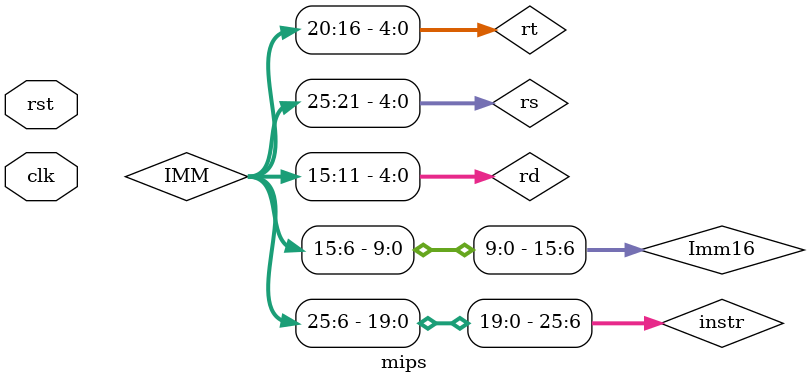
<source format=v>
module mips( clk, rst );
   input   clk;
   input   rst;

//RF
   wire RFWr;
   wire [31:0] WD;//writedata
   wire [31:0] RD1;
   wire [31:0] RD2;
   wire [4:0] rs;
   wire [4:0] rt;
   wire [4:0] rd;
   wire [4:0] A3;
//DM
   wire DMWr;
   //wire [9:0]Address;//ALUDOUT
   //wire [31:0]din;
   wire [31:0]dout;
//IM
  //wire [31:0] im_out;//IM
//PC
   //wire PCWr;
   wire [31:0] PC;
   wire [31:0] NPC;
//NPC
   wire [25:0]IMM;//immediate
//EXTENDER
 
   wire [15:0] Imm16;
   wire [31:0] Imm32;
//ALU
   wire [31:0]ALUdin1;
   wire [31:0]ALUdin2;
   wire [31:0]ALUdout;
   wire Zero;
//Ctrl
    wire [5:0]Op;
    wire [5:0]Funct;
    wire [2:0]  NPCOp;
    wire [1:0]RegDst;
    wire [1:0]MemToReg;
    wire ALUSrc1 ;
    wire ALUSrc2;
    wire [4:0]ALUOp;
    wire [1:0] EXTOp;
//IR
   // wire IRWr;
    wire [31:0]im_dout;
    wire [31:0]instr;

   assign Op = instr[31:26];
   assign Funct = instr[5:0];
   assign rs = instr[25:21];
   assign rt = instr[20:16];
   assign rd = instr[15:11];
   assign Imm16 = instr[15:0];
   assign IMM = instr[25:0];
   



//PC?????
   PC U_PC (
      .clk(clk), .rst(rst), .NPC(NPC), .PC(PC)
   );
//NPC?????
    NPC U_NPC(
    .PC(PC), .NPCOp(NPCOp), .IMM(IMM), .NPC(NPC), .Zero(Zero),.JR(RD1)
    );
//IM?????
   im_4k U_IM ( 
      .addr(PC[11:2]) , .dout(im_dout)
   );
//RF?????
   RF U_RF (
      .A1(rs), .A2(rt), .A3(A3), .WD(WD), .clk(clk), 
      .RFWr(RFWr), .RD1(RD1), .RD2(RD2)
   );
//DM?????
   dm_4k U_DM(
      .addr(ALUdout[11:2]), .din(RD2), .dout(dout), .DMWr(DMWr), .clk(clk)
   );
//EXT ?????
   EXT U_EXT(
      .Imm16(Imm16), .Imm32(Imm32), .EXTOp(EXTOp)
   );
//ALU?????
   alu U_ALU(
      .A(ALUdin1), .B(ALUdin2), .ALUOp(ALUOp), .C(ALUdout), .Zero(Zero)
   );
//IR?????
   IR U_IR(
    .clk(clk), .rst(rst),.im_dout(im_dout), .instr(instr)
   );
//Ctrl?????
    Ctrl U_CTRL(
    .Op(Op), .Func(Funct),
    .NPCOp(NPCOp),
    .RegW(RFWr),
    .MemW(DMWr),
    .EXTOp(EXTOp),
    .ALUOp(ALUOp),
    .RegDst(RegDst),
    .ALUSrc1(ALUSrc1),
    .ALUSrc2(ALUSrc2),
    .MemToReg(MemToReg)
    );
//MUX ?????
//1.RegDst MUX
    mux4_5 U_MUX_RegDst(
    .d0(rt),.d1(rd), .d2(5'b1), .d3(5'b0),.s(RegDst), .y(A3)
    );
//2.ALUScr MUX
    mux2_32 U_MUX_ALUSrc1(
    .d0(RD2), .d1(Imm32), .s(ALUSrc1), .y(ALUdin2)
    );
    mux2_32 U_MUX_ALUSrc2(
    .d0(RD1), .d1(Imm32), .s(ALUSrc2), .y(ALUdin1)
    );

//3.MemToReg MUXIRWr
    mux4_32 U_MUX_MemToReg(
    .d0(ALUdout), .d1(dout), .d2(PC + 4), .d3(32'b0), .s(MemToReg), .y(WD)
    );

/*NPCOp MUX????????NPC?????case???????
          mux4 U_MUX_NPCOp(
          .d0(), .d1(), .d2(), .d3(), .s(NPCOp), .y()
          );*/


endmodule
</source>
